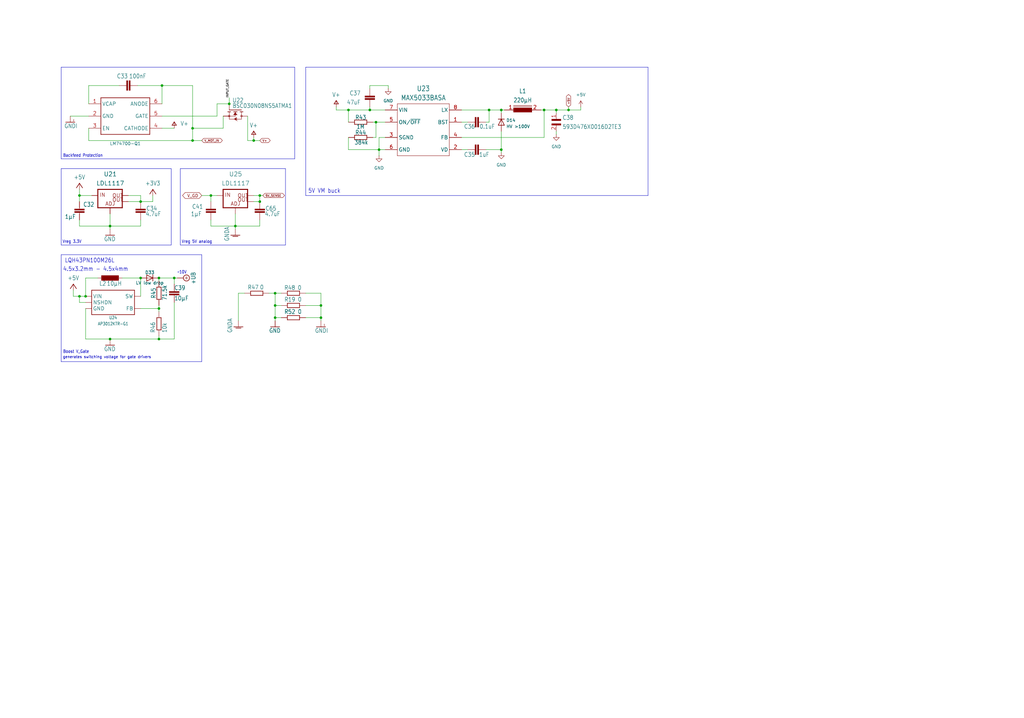
<source format=kicad_sch>
(kicad_sch (version 20250114) (generator "eeschema") (generator_version "9.0")
  (paper "User" 425.45 298.602)
  (lib_symbols
    (symbol "Device:D" (pin_numbers (hide yes)) (pin_names (offset 1.016) (hide yes))
      (property "Reference" "D" (at 0 2.54 0))
      (property "Value" "D" (at 0 -2.54 0))
      (symbol "D_0_1"
        (polyline (pts (xy -1.27 1.27) (xy -1.27 -1.27)) (stroke (width 0.254)))
        (polyline (pts (xy 1.27 1.27) (xy 1.27 -1.27) (xy -1.27 0) (xy 1.27 1.27)) (stroke (width 0.254)))
        (polyline (pts (xy 1.27 0) (xy -1.27 0)))
      )
      (symbol "D_1_1"
        (pin passive line (at -3.81 0 0) (length 2.54) (name "K") (number "1"))
        (pin passive line (at 3.81 0 180) (length 2.54) (name "A") (number "2"))
      )
    )
    (symbol "fsim_ff-eagle-import:OHSC_Power_BSC030N08NS5ATMA1"
      (property "Reference" "U" (at -11.43 2.54 0))
      (symbol "OHSC_Power_BSC030N08NS5ATMA1_1_0"
        (polyline (pts (xy 0 2.54) (xy 0 -2.54)) (stroke (width 0.254)))
        (polyline (pts (xy 0.762 3.175) (xy 0.762 2.54)) (stroke (width 0.254)))
        (polyline (pts (xy 0.762 2.54) (xy 0.762 1.905)) (stroke (width 0.254)))
        (polyline (pts (xy 0.762 2.54) (xy 3.81 2.54)) (stroke (width 0.1524)))
        (polyline (pts (xy 0.762 0.762) (xy 0.762 0)) (stroke (width 0.254)))
        (polyline (pts (xy 0.762 0) (xy 0.762 -0.762)) (stroke (width 0.254)))
        (polyline (pts (xy 0.762 0) (xy 2.54 0)) (stroke (width 0.1524)))
        (polyline (pts (xy 0.762 -1.905) (xy 0.762 -2.54)) (stroke (width 0.254)))
        (polyline (pts (xy 0.762 -2.54) (xy 0.762 -3.175)) (stroke (width 0.254)))
        (polyline (pts (xy 1.016 0) (xy 2.032 -0.762) (xy 2.032 0.762)) (stroke (width 0.1524)) (fill (type outline)))
        (circle (center 2.54 2.54) (radius 0.3592))
        (polyline (pts (xy 2.54 0) (xy 2.54 -2.54)) (stroke (width 0.1524)))
        (polyline (pts (xy 2.54 -2.54) (xy 0.762 -2.54)) (stroke (width 0.1524)))
        (polyline (pts (xy 2.54 -2.54) (xy 3.81 -2.54)) (stroke (width 0.1524)))
        (circle (center 2.54 -2.54) (radius 0.3592))
        (polyline (pts (xy 3.302 0.508) (xy 3.048 0.254)) (stroke (width 0.1524)))
        (polyline (pts (xy 3.81 2.54) (xy 3.81 0.508)) (stroke (width 0.1524)))
        (polyline (pts (xy 3.81 0.508) (xy 3.302 0.508)) (stroke (width 0.1524)))
        (polyline (pts (xy 3.81 0.508) (xy 3.81 -2.54)) (stroke (width 0.1524)))
        (polyline (pts (xy 3.81 -0.508) (xy 3.302 0.254) (xy 4.318 0.254)) (stroke (width 0.1524)) (fill (type outline)))
        (polyline (pts (xy 4.318 0.508) (xy 3.81 0.508)) (stroke (width 0.1524)))
        (polyline (pts (xy 4.572 0.762) (xy 4.318 0.508)) (stroke (width 0.1524)))
        (pin passive line (at -2.54 -2.54 0) (length 2.54) (name "G") (number "4"))
        (pin passive line (at 2.54 5.08 270) (length 2.54) (name "D") (number "5"))
        (pin passive line (at 2.54 -5.08 90) (length 2.54) (name "S") (number "1"))
        (pin passive line (at 2.54 -5.08 90) (length 2.54) (name "S") (number "2"))
        (pin passive line (at 2.54 -5.08 90) (length 2.54) (name "S") (number "3"))
      )
    )
    (symbol "fsim_ff-eagle-import:OHSC_Power_LM74700-Q1"
      (symbol "OHSC_Power_LM74700-Q1_1_0"
        (polyline (pts (xy -5.08 5.08) (xy -5.08 -10.16)) (stroke (width 0.254)))
        (polyline (pts (xy -5.08 -10.16) (xy 15.24 -10.16)) (stroke (width 0.254)))
        (polyline (pts (xy 15.24 5.08) (xy -5.08 5.08)) (stroke (width 0.254)))
        (polyline (pts (xy 15.24 -10.16) (xy 15.24 5.08)) (stroke (width 0.254)))
        (pin bidirectional line (at -10.16 2.54 0) (length 5.08) (name "VCAP") (number "1"))
        (pin bidirectional line (at -10.16 -2.54 0) (length 5.08) (name "GND") (number "2"))
        (pin bidirectional line (at -10.16 -7.62 0) (length 5.08) (name "EN") (number "3"))
        (pin bidirectional line (at 20.32 2.54 180) (length 5.08) (name "ANODE") (number "6"))
        (pin bidirectional line (at 20.32 -2.54 180) (length 5.08) (name "GATE") (number "5"))
        (pin bidirectional line (at 20.32 -7.62 180) (length 5.08) (name "CATHODE") (number "4"))
      )
    )
    (symbol "fsim_ff-eagle-import:Powermisc_593D476X0016D2TE3"
      (property "Reference" "C" (at 0 3.81 0))
      (symbol "Powermisc_593D476X0016D2TE3_1_0"
        (rectangle (start 0 -1.905) (end 0.635 1.905) (fill (type outline)))
        (rectangle (start 1.905 -1.905) (end 2.54 1.905) (fill (type outline)))
        (pin passive line (at -2.54 0 0) (length 2.54) (name "2") (number "2"))
        (pin passive line (at 5.08 0 180) (length 2.54) (name "1") (number "1"))
      )
    )
    (symbol "fsim_ff-eagle-import:Powermisc_8MMINDUCTOR"
      (property "Reference" "L" (at -3.81 2.286 0))
      (symbol "Powermisc_8MMINDUCTOR_1_0"
        (polyline (pts (xy -3.81 1.651) (xy 3.81 1.651)) (stroke (width 0.254)))
        (rectangle (start -3.81 -0.889) (end 3.81 0.889) (fill (type outline)))
        (pin passive line (at -7.62 0 0) (length 5.08) (name "1") (number "1"))
        (pin passive line (at 7.62 0 180) (length 5.08) (name "2") (number "2"))
      )
    )
    (symbol "fsim_ff-eagle-import:Powermisc_AP3012KTR-G1"
      (property "Reference" "U" (at -5.08 5.08 0))
      (symbol "Powermisc_AP3012KTR-G1_1_0"
        (polyline (pts (xy -5.08 5.08) (xy -5.08 -5.08)) (stroke (width 0.254)))
        (polyline (pts (xy -5.08 -5.08) (xy 12.7 -5.08)) (stroke (width 0.254)))
        (polyline (pts (xy 12.7 5.08) (xy -5.08 5.08)) (stroke (width 0.254)))
        (polyline (pts (xy 12.7 -5.08) (xy 12.7 5.08)) (stroke (width 0.254)))
        (pin bidirectional line (at -7.62 2.54 0) (length 2.54) (name "VIN") (number "5"))
        (pin bidirectional line (at -7.62 0 0) (length 2.54) (name "NSHDN") (number "4"))
        (pin bidirectional line (at -7.62 -2.54 0) (length 2.54) (name "GND") (number "2"))
        (pin bidirectional line (at 15.24 2.54 180) (length 2.54) (name "SW") (number "1"))
        (pin bidirectional line (at 15.24 -2.54 180) (length 2.54) (name "FB") (number "3"))
      )
    )
    (symbol "fsim_ff-eagle-import:Powermisc_MAX5033BASA+T"
      (symbol "Powermisc_MAX5033BASA+T_1_0"
        (polyline (pts (xy 0 0) (xy 0 -21.59)) (stroke (width 0.1524)))
        (polyline (pts (xy 0 -21.59) (xy 21.59 -21.59)) (stroke (width 0.1524)))
        (polyline (pts (xy 21.59 0) (xy 0 0)) (stroke (width 0.1524)))
        (polyline (pts (xy 21.59 -21.59) (xy 21.59 0)) (stroke (width 0.1524)))
        (pin power_in line (at -5.08 -2.54 0) (length 5.08) (name "VIN") (number "7"))
        (pin input line (at -5.08 -7.62 0) (length 5.08) (name "ON/~{OFF}") (number "5"))
        (pin power_in line (at -5.08 -13.97 0) (length 5.08) (name "SGND") (number "3"))
        (pin power_in line (at -5.08 -19.05 0) (length 5.08) (name "GND") (number "6"))
        (pin passive line (at 26.67 -2.54 180) (length 5.08) (name "LX") (number "8"))
        (pin passive line (at 26.67 -7.62 180) (length 5.08) (name "BST") (number "1"))
        (pin output line (at 26.67 -13.97 180) (length 5.08) (name "FB") (number "4"))
        (pin power_in line (at 26.67 -19.05 180) (length 5.08) (name "VD") (number "2"))
      )
    )
    (symbol "fsim_ff-eagle-import:SparkFun-IC-Power_526_V_REG_LM1117SOT223"
      (property "Reference" "U" (at 2.54 -7.62 0))
      (symbol "SparkFun-IC-Power_526_V_REG_LM1117SOT223_1_0"
        (polyline (pts (xy -5.08 2.54) (xy -5.08 -5.08)) (stroke (width 0.4064)))
        (polyline (pts (xy -5.08 -5.08) (xy 5.08 -5.08)) (stroke (width 0.4064)))
        (polyline (pts (xy 5.08 2.54) (xy -5.08 2.54)) (stroke (width 0.4064)))
        (polyline (pts (xy 5.08 -5.08) (xy 5.08 2.54)) (stroke (width 0.4064)))
        (text "IN" (at -4.445 -0.635 0) (effects (font (size 1.524 1.524)) (justify left bottom)))
        (text "ADJ" (at -2.032 -4.318 0) (effects (font (size 1.524 1.524)) (justify left bottom)))
        (text "OUT" (at 0.889 -0.889 0) (effects (font (size 1.524 1.524)) (justify left bottom)))
        (text "OUT" (at 0.889 -2.667 0) (effects (font (size 1.524 1.524)) (justify left bottom)))
        (pin input line (at -7.62 0 0) (length 2.54) (name "IN") (number "3"))
        (pin input line (at 0 -7.62 90) (length 2.54) (name "ADJ") (number "1"))
        (pin output line (at 7.62 0 180) (length 2.54) (name "OUT") (number "2"))
        (pin output line (at 7.62 -2.54 180) (length 2.54) (name "OUT@1") (number "4"))
      )
    )
    (symbol "fsim_ff-eagle-import:rcl_334_L-EUL4532P"
      (property "Reference" "L" (at -1.4986 -3.81 90))
      (symbol "rcl_334_L-EUL4532P_1_0"
        (rectangle (start -1.016 -3.556) (end 1.016 3.556) (fill (type outline)))
        (pin passive line (at 0 5.08 270) (length 2.54) (name "1") (number "1"))
        (pin passive line (at 0 -5.08 90) (length 2.54) (name "2") (number "2"))
      )
    )
    (symbol "fsim_ff-eagle-import:resistor_348_C-EUC0603"
      (property "Reference" "C" (at 1.524 0.381 0))
      (symbol "resistor_348_C-EUC0603_1_0"
        (rectangle (start -2.032 -1.016) (end 2.032 -0.508) (fill (type outline)))
        (rectangle (start -2.032 -2.032) (end 2.032 -1.524) (fill (type outline)))
        (polyline (pts (xy 0 0) (xy 0 -0.508)) (stroke (width 0.1524)))
        (polyline (pts (xy 0 -2.54) (xy 0 -2.032)) (stroke (width 0.1524)))
        (pin passive line (at 0 2.54 270) (length 2.54) (name "1") (number "1"))
        (pin passive line (at 0 -5.08 90) (length 2.54) (name "2") (number "2"))
      )
    )
    (symbol "fsim_ff-eagle-import:resistor_348_C-EUC0805"
      (property "Reference" "C" (at 1.524 0.381 0))
      (symbol "resistor_348_C-EUC0805_1_0"
        (rectangle (start -2.032 -1.016) (end 2.032 -0.508) (fill (type outline)))
        (rectangle (start -2.032 -2.032) (end 2.032 -1.524) (fill (type outline)))
        (polyline (pts (xy 0 0) (xy 0 -0.508)) (stroke (width 0.1524)))
        (polyline (pts (xy 0 -2.54) (xy 0 -2.032)) (stroke (width 0.1524)))
        (pin passive line (at 0 2.54 270) (length 2.54) (name "1") (number "1"))
        (pin passive line (at 0 -5.08 90) (length 2.54) (name "2") (number "2"))
      )
    )
    (symbol "fsim_ff-eagle-import:resistor_348_C-EUC1206"
      (property "Reference" "C" (at 1.524 0.381 0))
      (symbol "resistor_348_C-EUC1206_1_0"
        (rectangle (start -2.032 -1.016) (end 2.032 -0.508) (fill (type outline)))
        (rectangle (start -2.032 -2.032) (end 2.032 -1.524) (fill (type outline)))
        (polyline (pts (xy 0 0) (xy 0 -0.508)) (stroke (width 0.1524)))
        (polyline (pts (xy 0 -2.54) (xy 0 -2.032)) (stroke (width 0.1524)))
        (pin passive line (at 0 2.54 270) (length 2.54) (name "1") (number "1"))
        (pin passive line (at 0 -5.08 90) (length 2.54) (name "2") (number "2"))
      )
    )
    (symbol "fsim_ff-eagle-import:resistor_348_R-EU_R0603"
      (property "Reference" "R" (at -3.81 1.4986 0))
      (symbol "resistor_348_R-EU_R0603_1_0"
        (polyline (pts (xy -2.54 -0.889) (xy -2.54 0.889)) (stroke (width 0.254)))
        (polyline (pts (xy -2.54 -0.889) (xy 2.54 -0.889)) (stroke (width 0.254)))
        (polyline (pts (xy 2.54 0.889) (xy -2.54 0.889)) (stroke (width 0.254)))
        (polyline (pts (xy 2.54 -0.889) (xy 2.54 0.889)) (stroke (width 0.254)))
        (pin passive line (at -5.08 0 0) (length 2.54) (name "1") (number "1"))
        (pin passive line (at 5.08 0 180) (length 2.54) (name "2") (number "2"))
      )
    )
    (symbol "fsim_ff-eagle-import:resistor_348_R-EU_R0805"
      (property "Reference" "R" (at -3.81 1.4986 0))
      (symbol "resistor_348_R-EU_R0805_1_0"
        (polyline (pts (xy -2.54 -0.889) (xy -2.54 0.889)) (stroke (width 0.254)))
        (polyline (pts (xy -2.54 -0.889) (xy 2.54 -0.889)) (stroke (width 0.254)))
        (polyline (pts (xy 2.54 0.889) (xy -2.54 0.889)) (stroke (width 0.254)))
        (polyline (pts (xy 2.54 -0.889) (xy 2.54 0.889)) (stroke (width 0.254)))
        (pin passive line (at -5.08 0 0) (length 2.54) (name "1") (number "1"))
        (pin passive line (at 5.08 0 180) (length 2.54) (name "2") (number "2"))
      )
    )
    (symbol "fsim_ff-eagle-import:supply1_371_+3V3" (power)
      (symbol "supply1_371_+3V3_1_0"
        (polyline (pts (xy 0 0) (xy -1.27 -1.905)) (stroke (width 0.254)))
        (polyline (pts (xy 1.27 -1.905) (xy 0 0)) (stroke (width 0.254)))
        (pin power_in line (at 0 -2.54 90) (length 2.54) (name "+3V3") (number "1"))
      )
    )
    (symbol "fsim_ff-eagle-import:supply1_371_+5V" (power)
      (symbol "supply1_371_+5V_1_0"
        (polyline (pts (xy 0 0) (xy -1.27 -1.905)) (stroke (width 0.254)))
        (polyline (pts (xy 1.27 -1.905) (xy 0 0)) (stroke (width 0.254)))
        (pin power_in line (at 0 -2.54 90) (length 2.54) (name "+5V") (number "1"))
      )
    )
    (symbol "fsim_ff-eagle-import:supply1_371_GND" (power)
      (symbol "supply1_371_GND_1_0"
        (polyline (pts (xy -1.905 0) (xy 1.905 0)) (stroke (width 0.254)))
        (pin power_in line (at 0 2.54 270) (length 2.54) (name "GND") (number "1"))
      )
    )
    (symbol "fsim_ff-eagle-import:supply1_371_GNDA" (power)
      (symbol "supply1_371_GNDA_1_0"
        (polyline (pts (xy -1.905 0) (xy 1.905 0)) (stroke (width 0.254)))
        (polyline (pts (xy -1.0922 -0.508) (xy 1.0922 -0.508)) (stroke (width 0.254)))
        (pin power_in line (at 0 2.54 270) (length 2.54) (name "GNDA") (number "1"))
      )
    )
    (symbol "fsim_ff-eagle-import:supply1_371_GNDI" (power)
      (symbol "supply1_371_GNDI_1_0"
        (polyline (pts (xy -1.905 0) (xy 1.905 0)) (stroke (width 0.254)))
        (text "I" (at 1.143 0.254 0) (effects (font (size 0.8128 0.6908)) (justify left bottom)))
        (pin power_in line (at 0 2.54 270) (length 2.54) (name "GNDI") (number "1"))
      )
    )
    (symbol "fsim_ff-eagle-import:supply1_371_V+" (power)
      (symbol "supply1_371_V+_1_0"
        (polyline (pts (xy -0.889 -1.27) (xy 0.889 -1.27)) (stroke (width 0.254)))
        (polyline (pts (xy 0 0.127) (xy -0.889 -1.27)) (stroke (width 0.254)))
        (polyline (pts (xy 0.889 -1.27) (xy 0 0.127)) (stroke (width 0.254)))
        (pin power_in line (at 0 -2.54 90) (length 2.54) (name "V+") (number "1"))
      )
    )
    (symbol "fsim_ff-eagle-import:supply2_372_+UB" (power)
      (symbol "supply2_372_+UB_1_0"
        (polyline (pts (xy -0.635 1.27) (xy 0.635 1.27)) (stroke (width 0.1524)))
        (circle (center 0 1.27) (radius 1.27) (stroke (width 0.254)))
        (polyline (pts (xy 0 0.635) (xy 0 1.905)) (stroke (width 0.1524)))
        (pin power_in line (at 0 -2.54 90) (length 2.54) (name "+UB") (number "1"))
      )
    )
    (symbol "power:+5V" (power) (pin_numbers (hide yes)) (pin_names (offset 0) (hide yes))
      (property "Value" "+5V" (at 0 3.556 0))
      (symbol "+5V_0_1"
        (polyline (pts (xy -0.762 1.27) (xy 0 2.54)))
        (polyline (pts (xy 0 2.54) (xy 0.762 1.27)))
        (polyline (pts (xy 0 0) (xy 0 2.54)))
      )
      (symbol "+5V_1_1"
        (pin power_in line (at 0 0 90) (length 0) (name "~") (number "1"))
      )
    )
    (symbol "power:GND" (power) (pin_numbers (hide yes)) (pin_names (offset 0) (hide yes))
      (property "Value" "GND" (at 0 -3.81 0))
      (symbol "GND_0_1"
        (polyline (pts (xy 0 0) (xy 0 -1.27) (xy 1.27 -1.27) (xy 0 -2.54) (xy -1.27 -1.27) (xy 0 -1.27)))
      )
      (symbol "GND_1_1"
        (pin power_in line (at 0 0 270) (length 0) (name "~") (number "1"))
      )
    )
  )
  (text "Vreg 5V analog" (at 75.438 101.346 0) (effects (font (size 1.27 1.0795)) (justify left bottom)))
  (text "~10V" (at 73.66 114.046 0) (effects (font (size 1.27 1.0795)) (justify left bottom)))
  (text "Backfeed Protection" (at 26.162 65.532 0) (effects (font (size 1.27 1.0795)) (justify left bottom)))
  (text "4.5x3.2mm - 4.5x4mm" (at 26.162 113.03 0) (effects (font (size 1.778 1.5113)) (justify left bottom)))
  (text "Vreg 3.3V" (at 25.908 101.346 0) (effects (font (size 1.27 1.0795)) (justify left bottom)))
  (text "generates switching voltage for gate drivers" (at 44.45 148.59 0) (effects (font (size 1.0795 1.0795))))
  (text "Boost V_Gate" (at 26.162 147.066 0) (effects (font (size 1.27 1.0795)) (justify left bottom)))
  (text "5V VM buck" (at 128.016 80.518 0) (effects (font (size 1.778 1.5113)) (justify left bottom)))
  (text "LQH43PN100M26L" (at 26.924 109.474 0) (effects (font (size 1.778 1.5113)) (justify left bottom)))
  (junction (at 208.28 62.23))
  (junction (at 97.79 93.98))
  (junction (at 226.06 45.72))
  (junction (at 133.35 127))
  (junction (at 203.2 45.72))
  (junction (at 33.02 123.19))
  (junction (at 45.72 93.98))
  (junction (at 156.21 50.8))
  (junction (at 45.72 140.97))
  (junction (at 153.67 45.72))
  (junction (at 35.56 123.19))
  (junction (at 236.22 45.72))
  (junction (at 66.04 115.57))
  (junction (at 58.42 83.82))
  (junction (at 33.02 81.28))
  (junction (at 67.31 35.56))
  (junction (at 114.3 127))
  (junction (at 87.63 81.28))
  (junction (at 72.39 115.57))
  (junction (at 157.48 62.23))
  (junction (at 105.41 58.42))
  (junction (at 231.14 45.72))
  (junction (at 80.01 53.34))
  (junction (at 66.04 128.27))
  (junction (at 144.78 45.72))
  (junction (at 133.35 132.08))
  (junction (at 114.3 121.92))
  (junction (at 107.95 81.28))
  (junction (at 208.28 45.72))
  (junction (at 66.04 140.97))
  (junction (at 80.01 58.42))
  (junction (at 107.95 83.82))
  (junction (at 58.42 115.57))
  (junction (at 95.25 43.18))
  (junction (at 114.3 132.08))
  (wire (pts (xy 203.2 50.8) (xy 203.2 45.72)))
  (wire (pts (xy 226.06 57.15) (xy 191.77 57.15)))
  (polyline (pts (xy 25.4 101.854) (xy 71.12 101.854)) (stroke (width 0.1524) (type solid)))
  (polyline (pts (xy 71.12 101.854) (xy 71.12 70.104)) (stroke (width 0.1524) (type solid)))
  (wire (pts (xy 36.83 35.56) (xy 49.53 35.56)) (stroke (width 0.1524)))
  (wire (pts (xy 66.04 128.27) (xy 58.42 128.27)) (stroke (width 0.1524)))
  (wire (pts (xy 114.3 133.35) (xy 114.3 132.08)))
  (polyline (pts (xy 83.82 105.918) (xy 25.4 105.918)) (stroke (width 0.1524) (type solid)))
  (wire (pts (xy 92.71 53.34) (xy 80.01 53.34)) (stroke (width 0.1524)))
  (wire (pts (xy 35.56 123.19) (xy 35.56 115.57)) (stroke (width 0.1524)))
  (wire (pts (xy 153.67 44.45) (xy 153.67 45.72)))
  (wire (pts (xy 241.3 45.72) (xy 241.3 44.45)))
  (wire (pts (xy 38.1 81.28) (xy 33.02 81.28)) (stroke (width 0.1524)))
  (wire (pts (xy 133.35 121.92) (xy 133.35 127)) (stroke (width 0.1524)))
  (wire (pts (xy 36.83 43.18) (xy 36.83 35.56)) (stroke (width 0.1524)))
  (wire (pts (xy 157.48 62.23) (xy 157.48 64.77)))
  (wire (pts (xy 203.2 45.72) (xy 208.28 45.72)))
  (wire (pts (xy 72.39 115.57) (xy 72.39 118.11)) (stroke (width 0.1524)))
  (wire (pts (xy 80.01 53.34) (xy 80.01 35.56)) (stroke (width 0.1524)))
  (polyline (pts (xy 71.12 70.104) (xy 25.4 70.104)) (stroke (width 0.1524) (type solid)))
  (wire (pts (xy 161.29 35.56) (xy 161.29 36.83)))
  (wire (pts (xy 160.02 62.23) (xy 157.48 62.23)))
  (wire (pts (xy 102.87 58.42) (xy 105.41 58.42)) (stroke (width 0.1524)))
  (wire (pts (xy 231.14 46.99) (xy 231.14 45.72)))
  (wire (pts (xy 209.55 45.72) (xy 208.28 45.72)))
  (wire (pts (xy 144.78 57.15) (xy 144.78 62.23)))
  (wire (pts (xy 191.77 50.8) (xy 194.31 50.8)))
  (polyline (pts (xy 118.618 70.104) (xy 74.93 70.104)) (stroke (width 0.1524) (type solid)))
  (wire (pts (xy 66.04 127) (xy 66.04 128.27)))
  (wire (pts (xy 36.83 48.26) (xy 29.21 48.26)) (stroke (width 0.1524)))
  (wire (pts (xy 191.77 45.72) (xy 203.2 45.72)))
  (wire (pts (xy 107.95 81.28) (xy 107.95 83.82)) (stroke (width 0.1524)))
  (wire (pts (xy 73.66 115.57) (xy 72.39 115.57)) (stroke (width 0.1524)))
  (wire (pts (xy 36.83 53.34) (xy 36.83 58.42)) (stroke (width 0.1524)))
  (wire (pts (xy 87.63 81.28) (xy 87.63 83.82)) (stroke (width 0.1524)))
  (wire (pts (xy 99.06 121.92) (xy 99.06 133.35)) (stroke (width 0.1524)))
  (wire (pts (xy 35.56 115.57) (xy 40.64 115.57)) (stroke (width 0.1524)))
  (wire (pts (xy 87.63 93.98) (xy 87.63 91.44)) (stroke (width 0.1524)))
  (wire (pts (xy 97.79 93.98) (xy 87.63 93.98)) (stroke (width 0.1524)))
  (wire (pts (xy 114.3 121.92) (xy 114.3 127)) (stroke (width 0.1524)))
  (wire (pts (xy 72.39 125.73) (xy 72.39 140.97)) (stroke (width 0.1524)))
  (wire (pts (xy 102.87 48.26) (xy 102.87 58.42)) (stroke (width 0.1524)))
  (wire (pts (xy 33.02 125.73) (xy 33.02 123.19)) (stroke (width 0.1524)))
  (wire (pts (xy 53.34 83.82) (xy 58.42 83.82)) (stroke (width 0.1524)))
  (wire (pts (xy 139.7 45.72) (xy 139.7 44.45)))
  (wire (pts (xy 58.42 115.57) (xy 50.8 115.57)) (stroke (width 0.1524)))
  (wire (pts (xy 90.17 81.28) (xy 87.63 81.28)) (stroke (width 0.1524)))
  (wire (pts (xy 127 132.08) (xy 133.35 132.08)) (stroke (width 0.1524)))
  (wire (pts (xy 35.56 128.27) (xy 35.56 140.97)) (stroke (width 0.1524)))
  (wire (pts (xy 66.04 139.7) (xy 66.04 140.97)))
  (wire (pts (xy 66.04 115.57) (xy 72.39 115.57)) (stroke (width 0.1524)))
  (wire (pts (xy 144.78 50.8) (xy 144.78 45.72)))
  (wire (pts (xy 45.72 95.25) (xy 45.72 93.98)))
  (wire (pts (xy 116.84 127) (xy 114.3 127)) (stroke (width 0.1524)))
  (wire (pts (xy 226.06 45.72) (xy 231.14 45.72)))
  (wire (pts (xy 97.79 93.98) (xy 107.95 93.98)) (stroke (width 0.1524)))
  (wire (pts (xy 57.15 35.56) (xy 67.31 35.56)) (stroke (width 0.1524)))
  (polyline (pts (xy 127 27.94) (xy 269.24 27.94)) (stroke (width 0.1524) (type solid)))
  (wire (pts (xy 66.04 140.97) (xy 45.72 140.97)) (stroke (width 0.1524)))
  (wire (pts (xy 144.78 45.72) (xy 139.7 45.72)))
  (wire (pts (xy 231.14 45.72) (xy 236.22 45.72)))
  (wire (pts (xy 53.34 81.28) (xy 58.42 81.28)) (stroke (width 0.1524)))
  (wire (pts (xy 58.42 93.98) (xy 58.42 91.44)) (stroke (width 0.1524)))
  (wire (pts (xy 226.06 45.72) (xy 226.06 57.15)))
  (wire (pts (xy 90.17 48.26) (xy 90.17 43.18)) (stroke (width 0.1524)))
  (wire (pts (xy 114.3 121.92) (xy 116.84 121.92)) (stroke (width 0.1524)))
  (wire (pts (xy 66.04 129.54) (xy 66.04 128.27)) (stroke (width 0.1524)))
  (wire (pts (xy 208.28 46.99) (xy 208.28 45.72)))
  (wire (pts (xy 105.41 58.42) (xy 107.95 58.42)) (stroke (width 0.1524)))
  (wire (pts (xy 144.78 45.72) (xy 153.67 45.72)))
  (wire (pts (xy 153.67 45.72) (xy 160.02 45.72)))
  (wire (pts (xy 157.48 57.15) (xy 157.48 62.23)))
  (wire (pts (xy 156.21 50.8) (xy 160.02 50.8)))
  (wire (pts (xy 161.29 35.56) (xy 153.67 35.56)))
  (wire (pts (xy 107.95 83.82) (xy 105.41 83.82)) (stroke (width 0.1524)))
  (wire (pts (xy 35.56 125.73) (xy 33.02 125.73)) (stroke (width 0.1524)))
  (wire (pts (xy 97.79 88.9) (xy 97.79 93.98)) (stroke (width 0.1524)))
  (polyline (pts (xy 25.4 70.104) (xy 25.4 101.854)) (stroke (width 0.1524) (type solid)))
  (wire (pts (xy 208.28 62.23) (xy 208.28 63.5)))
  (wire (pts (xy 133.35 127) (xy 133.35 132.08)) (stroke (width 0.1524)))
  (polyline (pts (xy 83.82 150.368) (xy 83.82 105.918)) (stroke (width 0.1524) (type solid)))
  (polyline (pts (xy 74.93 101.854) (xy 118.618 101.854)) (stroke (width 0.1524) (type solid)))
  (wire (pts (xy 58.42 123.19) (xy 58.42 115.57)) (stroke (width 0.1524)))
  (wire (pts (xy 33.02 123.19) (xy 30.48 123.19)) (stroke (width 0.1524)))
  (wire (pts (xy 95.25 40.64) (xy 95.25 43.18)))
  (wire (pts (xy 67.31 35.56) (xy 67.31 43.18)) (stroke (width 0.1524)))
  (polyline (pts (xy 122.428 66.04) (xy 122.428 27.94)) (stroke (width 0.1524) (type solid)))
  (polyline (pts (xy 127 81.28) (xy 127 27.94)) (stroke (width 0.1524) (type solid)))
  (wire (pts (xy 35.56 140.97) (xy 45.72 140.97)) (stroke (width 0.1524)))
  (polyline (pts (xy 25.4 27.94) (xy 25.4 66.04)) (stroke (width 0.1524) (type solid)))
  (polyline (pts (xy 25.4 105.918) (xy 25.4 150.368)) (stroke (width 0.1524) (type solid)))
  (wire (pts (xy 201.93 62.23) (xy 208.28 62.23)))
  (wire (pts (xy 45.72 88.9) (xy 45.72 93.98)) (stroke (width 0.1524)))
  (wire (pts (xy 87.63 81.28) (xy 83.82 81.28)) (stroke (width 0.1524)))
  (polyline (pts (xy 25.4 66.04) (xy 122.428 66.04)) (stroke (width 0.1524) (type solid)))
  (wire (pts (xy 156.21 50.8) (xy 154.94 50.8)))
  (polyline (pts (xy 269.24 27.94) (xy 269.24 81.28)) (stroke (width 0.1524) (type solid)))
  (wire (pts (xy 127 121.92) (xy 133.35 121.92)) (stroke (width 0.1524)))
  (wire (pts (xy 92.71 48.26) (xy 92.71 53.34)) (stroke (width 0.1524)))
  (wire (pts (xy 107.95 81.28) (xy 109.22 81.28)) (stroke (width 0.1524)))
  (wire (pts (xy 36.83 58.42) (xy 80.01 58.42)) (stroke (width 0.1524)))
  (wire (pts (xy 99.06 121.92) (xy 101.6 121.92)) (stroke (width 0.1524)))
  (wire (pts (xy 67.31 53.34) (xy 72.39 53.34)) (stroke (width 0.1524)))
  (polyline (pts (xy 118.618 101.854) (xy 118.618 70.104)) (stroke (width 0.1524) (type solid)))
  (wire (pts (xy 35.56 123.19) (xy 33.02 123.19)) (stroke (width 0.1524)))
  (wire (pts (xy 105.41 81.28) (xy 107.95 81.28)) (stroke (width 0.1524)))
  (wire (pts (xy 72.39 140.97) (xy 66.04 140.97)) (stroke (width 0.1524)))
  (wire (pts (xy 30.48 123.19) (xy 30.48 120.65)) (stroke (width 0.1524)))
  (wire (pts (xy 156.21 57.15) (xy 154.94 57.15)))
  (wire (pts (xy 58.42 81.28) (xy 58.42 83.82)) (stroke (width 0.1524)))
  (wire (pts (xy 236.22 45.72) (xy 241.3 45.72)))
  (wire (pts (xy 66.04 115.57) (xy 66.04 116.84)) (stroke (width 0.1524)))
  (wire (pts (xy 33.02 81.28) (xy 33.02 83.82)) (stroke (width 0.1524)))
  (wire (pts (xy 224.79 45.72) (xy 226.06 45.72)))
  (wire (pts (xy 63.5 81.28) (xy 63.5 83.82)) (stroke (width 0.1524)))
  (wire (pts (xy 114.3 121.92) (xy 111.76 121.92)) (stroke (width 0.1524)))
  (wire (pts (xy 97.79 95.25) (xy 97.79 93.98)))
  (wire (pts (xy 33.02 78.74) (xy 33.02 81.28)) (stroke (width 0.1524)))
  (wire (pts (xy 80.01 58.42) (xy 83.82 58.42)))
  (polyline (pts (xy 25.4 150.368) (xy 83.82 150.368)) (stroke (width 0.1524) (type solid)))
  (wire (pts (xy 80.01 35.56) (xy 67.31 35.56)) (stroke (width 0.1524)))
  (wire (pts (xy 236.22 44.45) (xy 236.22 45.72)))
  (wire (pts (xy 144.78 62.23) (xy 157.48 62.23)))
  (wire (pts (xy 105.41 57.15) (xy 105.41 58.42)))
  (polyline (pts (xy 269.24 81.28) (xy 127 81.28)) (stroke (width 0.1524) (type solid)))
  (wire (pts (xy 116.84 132.08) (xy 114.3 132.08)) (stroke (width 0.1524)))
  (wire (pts (xy 95.25 43.18) (xy 90.17 43.18)) (stroke (width 0.1524)))
  (wire (pts (xy 127 127) (xy 133.35 127)) (stroke (width 0.1524)))
  (wire (pts (xy 63.5 83.82) (xy 58.42 83.82)) (stroke (width 0.1524)))
  (polyline (pts (xy 74.93 70.104) (xy 74.93 101.854)) (stroke (width 0.1524) (type solid)))
  (wire (pts (xy 191.77 62.23) (xy 194.31 62.23)))
  (wire (pts (xy 231.14 54.61) (xy 231.14 55.88)))
  (wire (pts (xy 160.02 57.15) (xy 157.48 57.15)))
  (polyline (pts (xy 122.428 27.94) (xy 25.4 27.94)) (stroke (width 0.1524) (type solid)))
  (wire (pts (xy 67.31 48.26) (xy 90.17 48.26)) (stroke (width 0.1524)))
  (wire (pts (xy 201.93 50.8) (xy 203.2 50.8)))
  (wire (pts (xy 114.3 127) (xy 114.3 132.08)) (stroke (width 0.1524)))
  (wire (pts (xy 33.02 93.98) (xy 33.02 91.44)) (stroke (width 0.1524)))
  (wire (pts (xy 33.02 93.98) (xy 45.72 93.98)) (stroke (width 0.1524)))
  (wire (pts (xy 80.01 58.42) (xy 80.01 53.34)) (stroke (width 0.1524)))
  (wire (pts (xy 153.67 35.56) (xy 153.67 36.83)))
  (wire (pts (xy 107.95 93.98) (xy 107.95 91.44)) (stroke (width 0.1524)))
  (wire (pts (xy 58.42 93.98) (xy 45.72 93.98)) (stroke (width 0.1524)))
  (wire (pts (xy 156.21 50.8) (xy 156.21 57.15)))
  (wire (pts (xy 133.35 133.35) (xy 133.35 132.08)))
  (wire (pts (xy 208.28 54.61) (xy 208.28 62.23)))
  (label "INPUT_GATE" (at 95.25 40.64 90) (effects (font (size 0.889 0.889))))
  (global_label "V_GD" (shape bidirectional) (at 83.82 81.28 180) (effects (font (size 1.2446 1.2446))) (property "Intersheetrefs" "${INTERSHEET_REFS}" (effects (hide yes))))
  (global_label "5V_SENSE" (shape bidirectional) (at 109.22 81.28 0) (effects (font (size 0.889 0.889))) (property "Intersheetrefs" "${INTERSHEET_REFS}" (effects (hide yes))))
  (global_label "V+" (shape bidirectional) (at 107.95 58.42 0) (effects (font (size 0.889 0.889))) (property "Intersheetrefs" "${INTERSHEET_REFS}" (effects (hide yes))))
  (global_label "+5V" (shape bidirectional) (at 236.22 44.45 90) (effects (font (size 0.889 0.889))) (property "Intersheetrefs" "${INTERSHEET_REFS}" (effects (hide yes))))
  (global_label "V_MOT_IN" (shape bidirectional) (at 83.82 58.42 0) (effects (font (size 0.889 0.889))) (property "Intersheetrefs" "${INTERSHEET_REFS}" (effects (hide yes))))
  (symbol (lib_id "fsim_ff-eagle-import:supply1_371_V+") (at 105.41 54.61 0) (unit 1)
    (property "Reference" "#P+20" (effects (hide yes)))
    (property "Value" "V+" (at 105.41 52.07 0) (effects (font (size 1.778 1.5113))))
  )
  (symbol (lib_id "fsim_ff-eagle-import:resistor_348_R-EU_R0603") (at 121.92 127 0) (unit 1)
    (property "Reference" "R19" (at 118.11 125.5014 0) (effects (font (size 1.778 1.5113)) (justify left bottom)))
    (property "Value" "0" (at 123.698 125.476 0) (effects (font (size 1.778 1.5113)) (justify left bottom)))
    (property "Footprint" "Resistor_SMD:R_0603_1608Metric" (effects (hide yes)))
  )
  (symbol (lib_id "Device:D") (at 208.28 50.8 270) (unit 1)
    (property "Reference" "D14" (at 210.312 50.038 90) (effects (justify left)))
    (property "Value" "HV >100V" (at 210.312 52.578 90) (effects (justify left)))
    (property "Footprint" "Diode_SMD:D_SOD-123F" (effects (hide yes)))
    (property "Description" "Diode" (effects (hide yes)))
    (property "Sim.Device" "D" (effects (hide yes)))
    (property "Sim.Pins" "1=K 2=A" (effects (hide yes)))
  )
  (symbol (lib_id "fsim_ff-eagle-import:SparkFun-IC-Power_526_V_REG_LM1117SOT223") (at 45.72 81.28 0) (unit 1)
    (property "Reference" "U21" (at 45.8334 72.39 0) (effects (font (size 1.778 1.778))))
    (property "Value" "LDL1117" (at 45.8334 76.2 0) (effects (font (size 1.778 1.778))))
    (property "Footprint" "Package_TO_SOT_SMD:SOT-223" (effects (hide yes)))
    (property "Datasheet" "https://www.st.com/resource/en/datasheet/ldl1117.pdf" (effects (hide yes)))
  )
  (symbol (lib_id "fsim_ff-eagle-import:supply1_371_V+") (at 72.39 50.8 0) (unit 1)
    (property "Reference" "#P+19" (effects (hide yes)))
    (property "Value" "V+" (at 74.93 51.3715 0) (effects (font (size 1.778 1.5113)) (justify left)))
  )
  (symbol (lib_id "fsim_ff-eagle-import:resistor_348_C-EUC0805") (at 33.02 86.36 0) (unit 1)
    (property "Reference" "C32" (at 34.544 85.979 0) (effects (font (size 1.778 1.5113)) (justify left bottom)))
    (property "Value" "1µF" (at 26.924 91.059 0) (effects (font (size 1.778 1.5113)) (justify left bottom)))
    (property "Footprint" "Capacitor_SMD:C_0805_2012Metric" (effects (hide yes)))
  )
  (symbol (lib_id "fsim_ff-eagle-import:SparkFun-IC-Power_526_V_REG_LM1117SOT223") (at 97.79 81.28 0) (unit 1)
    (property "Reference" "U25" (at 97.9034 72.39 0) (effects (font (size 1.778 1.778))))
    (property "Value" "LDL1117" (at 97.9034 76.2 0) (effects (font (size 1.778 1.778))))
    (property "Footprint" "Package_TO_SOT_SMD:SOT-223" (effects (hide yes)))
    (property "Datasheet" "https://www.st.com/resource/en/datasheet/ldl1117.pdf" (effects (hide yes)))
  )
  (symbol (lib_id "fsim_ff-eagle-import:supply2_372_+UB") (at 76.2 115.57 270) (unit 1)
    (property "Reference" "#SUPPLY11" (effects (hide yes)))
    (property "Value" "+UB" (at 79.375 113.03 0) (effects (font (size 1.778 1.5113)) (justify left bottom)))
  )
  (symbol (lib_id "fsim_ff-eagle-import:Powermisc_593D476X0016D2TE3") (at 231.14 52.07 90) (unit 1)
    (property "Reference" "C38" (at 233.68 48.895 90) (effects (font (size 1.778 1.5113)) (justify right)))
    (property "Value" "593D476X0016D2TE3" (at 233.68 52.705 90) (effects (font (size 1.778 1.5113)) (justify right)))
    (property "Footprint" "Capacitor_Tantalum_SMD:CP_EIA-7343-31_Kemet-D_Pad2.25x2.55mm_HandSolder" (effects (hide yes)))
  )
  (symbol (lib_id "fsim_ff-eagle-import:supply1_371_V+") (at 139.7 41.91 0) (unit 1)
    (property "Reference" "#P+22" (effects (hide yes)))
    (property "Value" "V+" (at 139.7 39.37 0) (effects (font (size 1.778 1.5113))))
  )
  (symbol (lib_id "fsim_ff-eagle-import:resistor_348_C-EUC0805") (at 58.42 86.36 0) (unit 1)
    (property "Reference" "C34" (at 60.706 87.63 0) (effects (font (size 1.778 1.5113)) (justify left bottom)))
    (property "Value" "4.7uF" (at 60.452 89.916 0) (effects (font (size 1.778 1.5113)) (justify left bottom)))
    (property "Footprint" "Capacitor_SMD:C_0805_2012Metric" (effects (hide yes)))
  )
  (symbol (lib_id "fsim_ff-eagle-import:Powermisc_8MMINDUCTOR") (at 217.17 45.72 0) (unit 1)
    (property "Reference" "L1" (at 217.17 37.846 0) (effects (font (size 1.778 1.5113))))
    (property "Value" "220µH" (at 217.17 41.656 0) (effects (font (size 1.778 1.5113))))
    (property "Footprint" "fsim_ff:WE-LQS_8040" (effects (hide yes)))
  )
  (symbol (lib_id "fsim_ff-eagle-import:supply1_371_GND") (at 45.72 143.51 0) (unit 1)
    (property "Reference" "#GND45" (effects (hide yes)))
    (property "Value" "GND" (at 43.18 146.05 0) (effects (font (size 1.778 1.5113)) (justify left bottom)))
  )
  (symbol (lib_id "fsim_ff-eagle-import:resistor_348_R-EU_R0805") (at 66.04 121.92 90) (unit 1)
    (property "Reference" "R45" (at 64.77 124.206 0) (effects (font (size 1.778 1.5113)) (justify left bottom)))
    (property "Value" "71.5k" (at 69.342 124.968 0) (effects (font (size 1.778 1.5113)) (justify left bottom)))
    (property "Footprint" "Resistor_SMD:R_0805_2012Metric" (effects (hide yes)))
  )
  (symbol (lib_id "fsim_ff-eagle-import:supply1_371_+5V") (at 30.48 118.11 0) (unit 1)
    (property "Reference" "#VCC3" (effects (hide yes)))
    (property "Value" "+5V" (at 30.48 115.57 0) (effects (font (size 1.778 1.5113))))
  )
  (symbol (lib_id "fsim_ff-eagle-import:supply1_371_GNDA") (at 97.79 97.79 0) (unit 1)
    (property "Reference" "#GND16" (effects (hide yes)))
    (property "Value" "GNDA" (at 95.25 100.33 90) (effects (font (size 1.778 1.5113)) (justify left bottom)))
  )
  (symbol (lib_id "fsim_ff-eagle-import:resistor_348_C-EUC0805") (at 72.39 120.65 0) (unit 1)
    (property "Reference" "C39" (at 72.39 120.65 0) (effects (font (size 1.778 1.5113)) (justify left bottom)))
    (property "Value" "10µF" (at 72.39 124.968 0) (effects (font (size 1.778 1.5113)) (justify left bottom)))
    (property "Footprint" "Capacitor_SMD:C_0805_2012Metric" (effects (hide yes)))
  )
  (symbol (lib_id "fsim_ff-eagle-import:resistor_348_C-EUC0603") (at 196.85 62.23 90) (unit 1)
    (property "Reference" "C35" (at 195.072 64.262 90) (effects (font (size 1.778 1.5113))))
    (property "Value" "1uF" (at 201.168 64.262 90) (effects (font (size 1.778 1.5113))))
    (property "Footprint" "Capacitor_SMD:C_0805_2012Metric" (effects (hide yes)))
  )
  (symbol (lib_id "fsim_ff-eagle-import:resistor_348_R-EU_R0805") (at 149.86 50.8 0) (unit 1)
    (property "Reference" "R43" (at 147.574 49.784 0) (effects (font (size 1.778 1.5113)) (justify left bottom)))
    (property "Value" "1M" (at 148.082 53.594 0) (effects (font (size 1.778 1.5113)) (justify left bottom)))
    (property "Footprint" "Resistor_SMD:R_0805_2012Metric" (effects (hide yes)))
  )
  (symbol (lib_id "fsim_ff-eagle-import:OHSC_Power_LM74700-Q1") (at 46.99 45.72 0) (unit 1)
    (property "Reference" "U20" (effects (hide yes)))
    (property "Value" "LM74700-Q1" (at 52.07 59.69 0))
    (property "Footprint" "Package_TO_SOT_SMD:TSOT-23-6_HandSoldering" (effects (hide yes)))
    (property "Datasheet" "https://www.ti.com/lit/ds/symlink/lm74700-q1.pdf?ts=1741996089333&ref_url=https%253A%252F%252Fwww.ti.com%252Fproduct%252Fde-de%252FLM74700-Q1" (effects (hide yes)))
  )
  (symbol (lib_id "power:GND") (at 161.29 36.83 0) (unit 1)
    (property "Reference" "#PWR02" (effects (hide yes)))
    (property "Value" "GND" (at 161.29 41.91 0))
    (property "Description" "Power symbol creates a global label with name \"GND\" , ground" (effects (hide yes)))
  )
  (symbol (lib_id "fsim_ff-eagle-import:resistor_348_C-EUC0805") (at 107.95 86.36 0) (unit 1)
    (property "Reference" "C65" (at 110.236 87.63 0) (effects (font (size 1.778 1.5113)) (justify left bottom)))
    (property "Value" "4.7uF" (at 109.982 89.916 0) (effects (font (size 1.778 1.5113)) (justify left bottom)))
    (property "Footprint" "Capacitor_SMD:C_0805_2012Metric" (effects (hide yes)))
  )
  (symbol (lib_id "power:GND") (at 231.14 55.88 0) (unit 1)
    (property "Reference" "#PWR03" (effects (hide yes)))
    (property "Value" "GND" (at 231.14 60.96 0))
    (property "Description" "Power symbol creates a global label with name \"GND\" , ground" (effects (hide yes)))
  )
  (symbol (lib_id "fsim_ff-eagle-import:Powermisc_MAX5033BASA+T") (at 165.1 43.18 0) (unit 1)
    (property "Reference" "U23" (at 175.895 36.83 0) (effects (font (size 2.0828 1.7703))))
    (property "Value" "MAX5033BASA" (at 175.895 40.64 0) (effects (font (size 2.0828 1.7703))))
    (property "Footprint" "Package_SO:SOIC-8_3.9x4.9mm_P1.27mm" (effects (hide yes)))
    (property "Datasheet" "https://www.analog.com/media/en/technical-documentation/data-sheets/MAX5033.pdf" (effects (hide yes)))
  )
  (symbol (lib_id "fsim_ff-eagle-import:resistor_348_C-EUC1206") (at 153.67 39.37 0) (unit 1)
    (property "Reference" "C37" (at 149.86 38.735 0) (effects (font (size 1.778 1.5113)) (justify right)))
    (property "Value" "47uF" (at 149.86 42.545 0) (effects (font (size 1.778 1.5113)) (justify right)))
    (property "Footprint" "Capacitor_SMD:CP_Elec_8x10.5" (effects (hide yes)))
    (property "Description" "EEE-FN1K470UL" (effects (hide yes)))
  )
  (symbol (lib_id "fsim_ff-eagle-import:supply1_371_GNDA") (at 99.06 135.89 0) (unit 1)
    (property "Reference" "#GND11" (effects (hide yes)))
    (property "Value" "GNDA" (at 96.52 138.43 90) (effects (font (size 1.778 1.5113)) (justify left bottom)))
  )
  (symbol (lib_id "fsim_ff-eagle-import:rcl_334_L-EUL4532P") (at 45.72 115.57 90) (unit 1)
    (property "Reference" "L2" (at 42.672 117.856 90) (effects (font (size 1.778 1.5113))))
    (property "Value" "10µH" (at 47.498 117.856 90) (effects (font (size 1.778 1.5113))))
    (property "Footprint" "Inductor_SMD:L_1812_4532Metric" (effects (hide yes)))
  )
  (symbol (lib_id "fsim_ff-eagle-import:Powermisc_AP3012KTR-G1") (at 43.18 125.73 0) (unit 1)
    (property "Reference" "U24" (at 46.99 132.08 0) (effects (font (size 1.27 1.0795))))
    (property "Value" "AP3012KTR-G1" (at 46.99 134.62 0) (effects (font (size 1.27 1.0795))))
    (property "Footprint" "Package_TO_SOT_SMD:SOT-23-5_HandSoldering" (effects (hide yes)))
    (property "Datasheet" "https://www.diodes.com/assets/Datasheets/AP3012.pdf" (effects (hide yes)))
  )
  (symbol (lib_id "power:+5V") (at 241.3 44.45 0) (unit 1)
    (property "Reference" "#PWR06" (effects (hide yes)))
    (property "Value" "+5V" (at 241.3 39.37 0))
    (property "Description" "Power symbol creates a global label with name \"+5V\"" (effects (hide yes)))
  )
  (symbol (lib_id "fsim_ff-eagle-import:resistor_348_R-EU_R0603") (at 106.68 121.92 0) (unit 1)
    (property "Reference" "R47" (at 102.87 120.4214 0) (effects (font (size 1.778 1.5113)) (justify left bottom)))
    (property "Value" "0" (at 107.95 120.396 0) (effects (font (size 1.778 1.5113)) (justify left bottom)))
    (property "Footprint" "Resistor_SMD:R_0603_1608Metric" (effects (hide yes)))
  )
  (symbol (lib_id "fsim_ff-eagle-import:resistor_348_R-EU_R0603") (at 121.92 121.92 0) (unit 1)
    (property "Reference" "R48" (at 120.396 119.634 0) (effects (font (size 1.778 1.5113))))
    (property "Value" "0" (at 124.46 119.634 0) (effects (font (size 1.778 1.5113))))
    (property "Footprint" "Resistor_SMD:R_0603_1608Metric" (effects (hide yes)))
  )
  (symbol (lib_id "fsim_ff-eagle-import:supply1_371_GND") (at 114.3 135.89 0) (unit 1)
    (property "Reference" "#GND7" (effects (hide yes)))
    (property "Value" "GND" (at 111.76 138.43 0) (effects (font (size 1.778 1.5113)) (justify left bottom)))
  )
  (symbol (lib_id "fsim_ff-eagle-import:OHSC_Power_BSC030N08NS5ATMA1") (at 97.79 45.72 270) (unit 1)
    (property "Reference" "U22" (at 96.52 42.672 90) (effects (font (size 1.778 1.5113)) (justify left bottom)))
    (property "Value" "BSC030N08NS5ATMA1" (at 96.52 44.958 90) (effects (font (size 1.778 1.5113)) (justify left bottom)))
    (property "Footprint" "fsim_ff:QFN8_BSC030N08NS5ATMA1_INF" (effects (hide yes)))
  )
  (symbol (lib_id "fsim_ff-eagle-import:supply1_371_+3V3") (at 63.5 78.74 0) (unit 1)
    (property "Reference" "#+3V311" (effects (hide yes)))
    (property "Value" "+3V3" (at 63.5 76.2 0) (effects (font (size 1.778 1.5113))))
  )
  (symbol (lib_id "fsim_ff-eagle-import:supply1_371_GND") (at 45.72 97.79 0) (unit 1)
    (property "Reference" "#GND42" (effects (hide yes)))
    (property "Value" "GND" (at 43.18 100.33 0) (effects (font (size 1.778 1.5113)) (justify left bottom)))
  )
  (symbol (lib_id "fsim_ff-eagle-import:supply1_371_GNDI") (at 29.21 50.8 0) (unit 1)
    (property "Reference" "#GNDI2" (effects (hide yes)))
    (property "Value" "GNDI" (at 26.67 53.34 0) (effects (font (size 1.778 1.5113)) (justify left bottom)))
  )
  (symbol (lib_id "power:GND") (at 208.28 63.5 0) (unit 1)
    (property "Reference" "#PWR05" (effects (hide yes)))
    (property "Value" "GND" (at 208.28 68.58 0))
    (property "Description" "Power symbol creates a global label with name \"GND\" , ground" (effects (hide yes)))
  )
  (symbol (lib_id "fsim_ff-eagle-import:resistor_348_C-EUC0805") (at 87.63 86.36 0) (unit 1)
    (property "Reference" "C41" (at 79.756 86.868 0) (effects (font (size 1.778 1.5113)) (justify left bottom)))
    (property "Value" "1µF" (at 79.248 89.916 0) (effects (font (size 1.778 1.5113)) (justify left bottom)))
    (property "Footprint" "Capacitor_SMD:C_0805_2012Metric" (effects (hide yes)))
  )
  (symbol (lib_id "Device:D") (at 62.23 115.57 180) (unit 1)
    (property "Reference" "D33" (at 62.23 113.284 0))
    (property "Value" "LV low drop" (at 62.23 117.602 0))
    (property "Footprint" "Diode_SMD:D_SOD-123F" (effects (hide yes)))
    (property "Description" "Diode" (effects (hide yes)))
    (property "Sim.Device" "D" (effects (hide yes)))
    (property "Sim.Pins" "1=K 2=A" (effects (hide yes)))
  )
  (symbol (lib_id "fsim_ff-eagle-import:resistor_348_C-EUC0603") (at 52.07 35.56 90) (unit 1)
    (property "Reference" "C33" (at 48.514 32.639 90) (effects (font (size 1.778 1.5113)) (justify right top)))
    (property "Value" "100nF" (at 53.594 32.639 90) (effects (font (size 1.778 1.5113)) (justify right top)))
    (property "Footprint" "Capacitor_SMD:C_0603_1608Metric" (effects (hide yes)))
  )
  (symbol (lib_id "power:GND") (at 157.48 64.77 0) (unit 1)
    (property "Reference" "#PWR01" (effects (hide yes)))
    (property "Value" "GND" (at 157.48 69.85 0))
    (property "Description" "Power symbol creates a global label with name \"GND\" , ground" (effects (hide yes)))
  )
  (symbol (lib_id "fsim_ff-eagle-import:resistor_348_C-EUC0603") (at 196.85 50.8 90) (unit 1)
    (property "Reference" "C36" (at 195.072 52.578 90) (effects (font (size 1.778 1.5113))))
    (property "Value" "0.1uF" (at 202.438 52.578 90) (effects (font (size 1.778 1.5113))))
    (property "Footprint" "Capacitor_SMD:C_0805_2012Metric" (effects (hide yes)))
  )
  (symbol (lib_id "fsim_ff-eagle-import:resistor_348_R-EU_R0603") (at 121.92 132.08 0) (unit 1)
    (property "Reference" "R52" (at 118.11 130.5814 0) (effects (font (size 1.778 1.5113)) (justify left bottom)))
    (property "Value" "0" (at 123.698 130.556 0) (effects (font (size 1.778 1.5113)) (justify left bottom)))
    (property "Footprint" "Resistor_SMD:R_0603_1608Metric" (effects (hide yes)))
  )
  (symbol (lib_id "fsim_ff-eagle-import:supply1_371_GNDI") (at 133.35 135.89 0) (unit 1)
    (property "Reference" "#GNDI15" (effects (hide yes)))
    (property "Value" "GNDI" (at 130.81 138.43 0) (effects (font (size 1.778 1.5113)) (justify left bottom)))
  )
  (symbol (lib_id "fsim_ff-eagle-import:resistor_348_R-EU_R0603") (at 66.04 134.62 90) (unit 1)
    (property "Reference" "R46" (at 64.5414 138.43 0) (effects (font (size 1.778 1.5113)) (justify left bottom)))
    (property "Value" "10k" (at 69.342 138.43 0) (effects (font (size 1.778 1.5113)) (justify left bottom)))
    (property "Footprint" "Resistor_SMD:R_0603_1608Metric" (effects (hide yes)))
  )
  (symbol (lib_id "fsim_ff-eagle-import:supply1_371_+5V") (at 33.02 76.2 0) (unit 1)
    (property "Reference" "#VCC2" (effects (hide yes)))
    (property "Value" "+5V" (at 33.02 73.66 0) (effects (font (size 1.778 1.5113))))
  )
  (symbol (lib_id "fsim_ff-eagle-import:resistor_348_R-EU_R0805") (at 149.86 57.15 0) (unit 1)
    (property "Reference" "R44" (at 149.86 55.118 0) (effects (font (size 1.778 1.5113))))
    (property "Value" "384k" (at 150.114 59.182 0) (effects (font (size 1.778 1.5113))))
    (property "Footprint" "Resistor_SMD:R_0805_2012Metric" (effects (hide yes)))
  )
)
</source>
